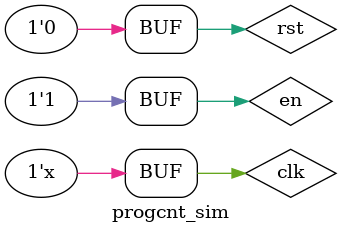
<source format=v>
`timescale 1ns / 1ps
module progcnt_sim();
reg clk =0;
reg rst;
reg en = 1;
wire [3:0] count;

progcnt uut(.clk(clk),.rst(rst),.en(en),.count(count));

localparam T = 10;
always begin #(T/2) clk = ~clk; end
initial begin 
rst = 1;
#(T/2) rst = 0;
end
endmodule

</source>
